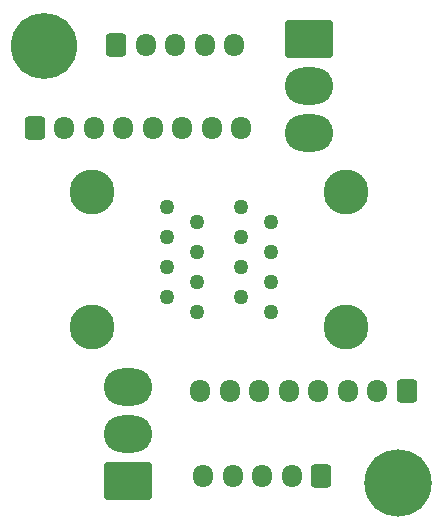
<source format=gbr>
%TF.GenerationSoftware,KiCad,Pcbnew,9.0.0*%
%TF.CreationDate,2025-03-17T17:34:53-07:00*%
%TF.ProjectId,Motor_Joint_Splitter,4d6f746f-725f-44a6-9f69-6e745f53706c,rev?*%
%TF.SameCoordinates,Original*%
%TF.FileFunction,Soldermask,Bot*%
%TF.FilePolarity,Negative*%
%FSLAX46Y46*%
G04 Gerber Fmt 4.6, Leading zero omitted, Abs format (unit mm)*
G04 Created by KiCad (PCBNEW 9.0.0) date 2025-03-17 17:34:53*
%MOMM*%
%LPD*%
G01*
G04 APERTURE LIST*
G04 Aperture macros list*
%AMRoundRect*
0 Rectangle with rounded corners*
0 $1 Rounding radius*
0 $2 $3 $4 $5 $6 $7 $8 $9 X,Y pos of 4 corners*
0 Add a 4 corners polygon primitive as box body*
4,1,4,$2,$3,$4,$5,$6,$7,$8,$9,$2,$3,0*
0 Add four circle primitives for the rounded corners*
1,1,$1+$1,$2,$3*
1,1,$1+$1,$4,$5*
1,1,$1+$1,$6,$7*
1,1,$1+$1,$8,$9*
0 Add four rect primitives between the rounded corners*
20,1,$1+$1,$2,$3,$4,$5,0*
20,1,$1+$1,$4,$5,$6,$7,0*
20,1,$1+$1,$6,$7,$8,$9,0*
20,1,$1+$1,$8,$9,$2,$3,0*%
G04 Aperture macros list end*
%ADD10C,3.600000*%
%ADD11C,5.700000*%
%ADD12C,5.600000*%
%ADD13RoundRect,0.250000X-1.800000X1.330000X-1.800000X-1.330000X1.800000X-1.330000X1.800000X1.330000X0*%
%ADD14O,4.100000X3.160000*%
%ADD15C,1.270000*%
%ADD16C,3.810000*%
%ADD17RoundRect,0.250000X1.800000X-1.330000X1.800000X1.330000X-1.800000X1.330000X-1.800000X-1.330000X0*%
%ADD18RoundRect,0.250000X0.600000X0.725000X-0.600000X0.725000X-0.600000X-0.725000X0.600000X-0.725000X0*%
%ADD19O,1.700000X1.950000*%
%ADD20RoundRect,0.250000X-0.600000X-0.725000X0.600000X-0.725000X0.600000X0.725000X-0.600000X0.725000X0*%
G04 APERTURE END LIST*
D10*
%TO.C,H4*%
X184000000Y-101000000D03*
D11*
X184000000Y-101000000D03*
%TD*%
D10*
%TO.C,H3*%
X154000000Y-64000000D03*
D12*
X154000000Y-64000000D03*
%TD*%
D13*
%TO.C,J5*%
X176500000Y-63462300D03*
D14*
X176500000Y-67422300D03*
X176500000Y-71382300D03*
%TD*%
D15*
%TO.C,J6*%
X173272600Y-86582300D03*
X170732600Y-85312300D03*
X173272600Y-84042300D03*
X170732600Y-82772300D03*
X173272600Y-81502300D03*
X170732600Y-80232300D03*
X173272600Y-78962300D03*
X170732600Y-77692300D03*
D16*
X179622600Y-87852300D03*
X179622600Y-76422300D03*
%TD*%
D17*
%TO.C,J3*%
X161155000Y-100842300D03*
D14*
X161155000Y-96882300D03*
X161155000Y-92922300D03*
%TD*%
D15*
%TO.C,J4*%
X164460000Y-77690000D03*
X167000000Y-78960000D03*
X164460000Y-80230000D03*
X167000000Y-81500000D03*
X164460000Y-82770000D03*
X167000000Y-84040000D03*
X164460000Y-85310000D03*
X167000000Y-86580000D03*
D16*
X158110000Y-76420000D03*
X158110000Y-87850000D03*
%TD*%
D18*
%TO.C,J7*%
X177500000Y-100422300D03*
D19*
X175000000Y-100422300D03*
X172500000Y-100422300D03*
X170000000Y-100422300D03*
X167500000Y-100422300D03*
%TD*%
D20*
%TO.C,J2*%
X153250000Y-71000000D03*
D19*
X155750000Y-71000000D03*
X158250000Y-71000000D03*
X160750000Y-71000000D03*
X163250000Y-71000000D03*
X165750000Y-71000000D03*
X168250000Y-71000000D03*
X170750000Y-71000000D03*
%TD*%
D20*
%TO.C,J8*%
X160155000Y-63922300D03*
D19*
X162655000Y-63922300D03*
X165155000Y-63922300D03*
X167655000Y-63922300D03*
X170155000Y-63922300D03*
%TD*%
D18*
%TO.C,J1*%
X184750000Y-93225000D03*
D19*
X182250000Y-93225000D03*
X179750000Y-93225000D03*
X177250000Y-93225000D03*
X174750000Y-93225000D03*
X172250000Y-93225000D03*
X169750000Y-93225000D03*
X167250000Y-93225000D03*
%TD*%
M02*

</source>
